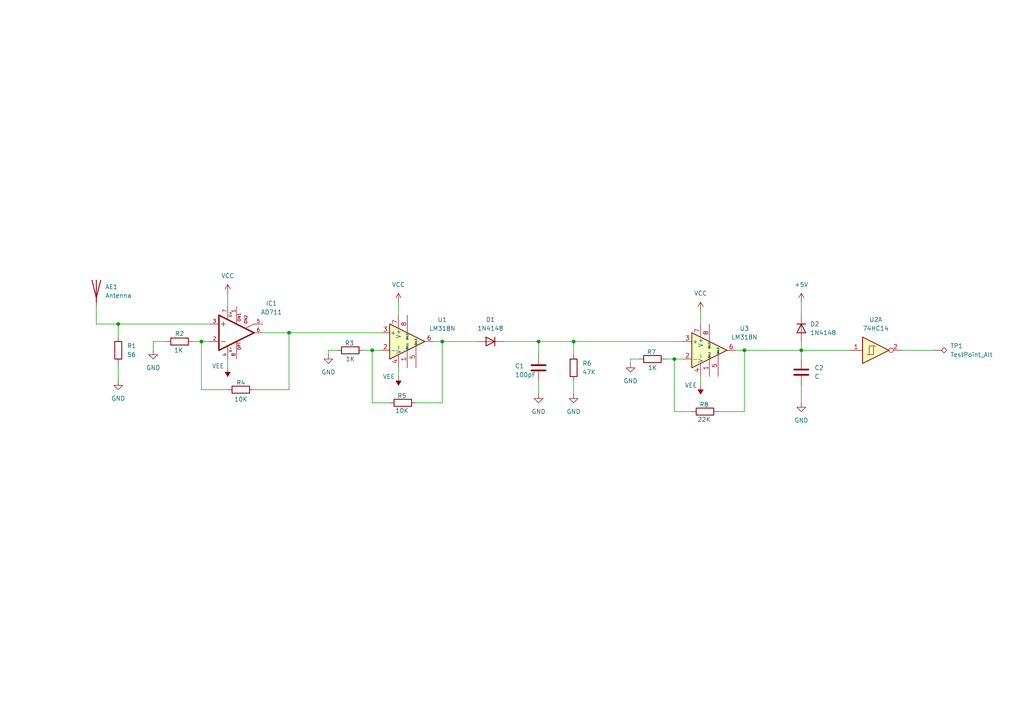
<source format=kicad_sch>
(kicad_sch (version 20231120) (generator "eeschema") (generator_version "8.0")
  (paper "A4")
  (lib_symbols
    (symbol "74xx:74HC14" (pin_names (offset 1.016))
      (property "Reference" "U" (at 0 1.27 0))
      (property "Value" "74HC14" (at 0 -1.27 0))
      (symbol "74HC14_1_0"
        (polyline (pts (xy -3.81 3.81) (xy -3.81 -3.81) (xy 3.81 0) (xy -3.81 3.81)) (stroke (width 0.254)) (fill (type background)))
        (pin input line (at -7.62 0 0) (length 3.81) (name "~") (number "1"))
        (pin output inverted (at 7.62 0 180) (length 3.81) (name "~") (number "2"))
      )
      (symbol "74HC14_1_1"
        (polyline (pts (xy -1.905 -1.27) (xy -1.905 1.27) (xy -0.635 1.27)))
        (polyline (pts (xy -2.54 -1.27) (xy -0.635 -1.27) (xy -0.635 1.27) (xy 0 1.27)))
      )
      (symbol "74HC14_2_0"
        (polyline (pts (xy -3.81 3.81) (xy -3.81 -3.81) (xy 3.81 0) (xy -3.81 3.81)) (stroke (width 0.254)) (fill (type background)))
        (pin input line (at -7.62 0 0) (length 3.81) (name "~") (number "3"))
        (pin output inverted (at 7.62 0 180) (length 3.81) (name "~") (number "4"))
      )
      (symbol "74HC14_2_1"
        (polyline (pts (xy -1.905 -1.27) (xy -1.905 1.27) (xy -0.635 1.27)))
        (polyline (pts (xy -2.54 -1.27) (xy -0.635 -1.27) (xy -0.635 1.27) (xy 0 1.27)))
      )
      (symbol "74HC14_3_0"
        (polyline (pts (xy -3.81 3.81) (xy -3.81 -3.81) (xy 3.81 0) (xy -3.81 3.81)) (stroke (width 0.254)) (fill (type background)))
        (pin input line (at -7.62 0 0) (length 3.81) (name "~") (number "5"))
        (pin output inverted (at 7.62 0 180) (length 3.81) (name "~") (number "6"))
      )
      (symbol "74HC14_3_1"
        (polyline (pts (xy -1.905 -1.27) (xy -1.905 1.27) (xy -0.635 1.27)))
        (polyline (pts (xy -2.54 -1.27) (xy -0.635 -1.27) (xy -0.635 1.27) (xy 0 1.27)))
      )
      (symbol "74HC14_4_0"
        (polyline (pts (xy -3.81 3.81) (xy -3.81 -3.81) (xy 3.81 0) (xy -3.81 3.81)) (stroke (width 0.254)) (fill (type background)))
        (pin output inverted (at 7.62 0 180) (length 3.81) (name "~") (number "8"))
        (pin input line (at -7.62 0 0) (length 3.81) (name "~") (number "9"))
      )
      (symbol "74HC14_4_1"
        (polyline (pts (xy -1.905 -1.27) (xy -1.905 1.27) (xy -0.635 1.27)))
        (polyline (pts (xy -2.54 -1.27) (xy -0.635 -1.27) (xy -0.635 1.27) (xy 0 1.27)))
      )
      (symbol "74HC14_5_0"
        (polyline (pts (xy -3.81 3.81) (xy -3.81 -3.81) (xy 3.81 0) (xy -3.81 3.81)) (stroke (width 0.254)) (fill (type background)))
        (pin output inverted (at 7.62 0 180) (length 3.81) (name "~") (number "10"))
        (pin input line (at -7.62 0 0) (length 3.81) (name "~") (number "11"))
      )
      (symbol "74HC14_5_1"
        (polyline (pts (xy -1.905 -1.27) (xy -1.905 1.27) (xy -0.635 1.27)))
        (polyline (pts (xy -2.54 -1.27) (xy -0.635 -1.27) (xy -0.635 1.27) (xy 0 1.27)))
      )
      (symbol "74HC14_6_0"
        (polyline (pts (xy -3.81 3.81) (xy -3.81 -3.81) (xy 3.81 0) (xy -3.81 3.81)) (stroke (width 0.254)) (fill (type background)))
        (pin output inverted (at 7.62 0 180) (length 3.81) (name "~") (number "12"))
        (pin input line (at -7.62 0 0) (length 3.81) (name "~") (number "13"))
      )
      (symbol "74HC14_6_1"
        (polyline (pts (xy -1.905 -1.27) (xy -1.905 1.27) (xy -0.635 1.27)))
        (polyline (pts (xy -2.54 -1.27) (xy -0.635 -1.27) (xy -0.635 1.27) (xy 0 1.27)))
      )
      (symbol "74HC14_7_0"
        (pin power_in line (at 0 12.7 270) (length 5.08) (name "VCC") (number "14"))
        (pin power_in line (at 0 -12.7 90) (length 5.08) (name "GND") (number "7"))
      )
      (symbol "74HC14_7_1"
        (rectangle (start -5.08 7.62) (end 5.08 -7.62) (stroke (width 0.254)) (fill (type background)))
      )
    )
    (symbol "AD711:AD711" (pin_names (offset 1.016))
      (property "Reference" "IC" (at 2.54 5.715 0))
      (property "Value" "AD711" (at 2.54 -5.08 0))
      (symbol "AD711_0_0"
        (polyline (pts (xy -5.08 -5.08) (xy 5.08 0)) (stroke (width 0.4064)))
        (polyline (pts (xy -5.08 5.08) (xy -5.08 -5.08)) (stroke (width 0.4064)))
        (polyline (pts (xy -4.445 -2.54) (xy -3.175 -2.54)) (stroke (width 0.1524)))
        (polyline (pts (xy -4.445 2.54) (xy -3.175 2.54)) (stroke (width 0.1524)))
        (polyline (pts (xy -3.81 3.175) (xy -3.81 1.905)) (stroke (width 0.1524)))
        (polyline (pts (xy -2.54 -3.9116) (xy -2.54 -5.08)) (stroke (width 0.1524)))
        (polyline (pts (xy -2.54 5.08) (xy -2.54 3.8862)) (stroke (width 0.1524)))
        (polyline (pts (xy 0 -2.6162) (xy 0 -5.08)) (stroke (width 0.1524)))
        (polyline (pts (xy 0 5.0546) (xy 0 2.6162)) (stroke (width 0.1524)))
        (polyline (pts (xy 5.08 0) (xy -5.08 5.08)) (stroke (width 0.4064)))
        (polyline (pts (xy 5.08 2.54) (xy 2.6162 1.3208)) (stroke (width 0.1524)))
        (text "ON1" (at 1.27 3.175 900) (effects (font (size 0.8128 0.8128)) (justify left bottom)))
        (text "ON2" (at 3.175 2.54 900) (effects (font (size 0.8128 0.8128)) (justify left bottom)))
        (text "OPT" (at 1.27 -5.08 900) (effects (font (size 0.8128 0.8128)) (justify left bottom)))
        (text "V+" (at -1.27 4.445 900) (effects (font (size 0.8128 0.8128)) (justify left bottom)))
        (text "V-" (at -1.27 -5.715 900) (effects (font (size 0.8128 0.8128)) (justify left bottom)))
        (pin passive line (at 0 7.62 270) (length 2.54) (name "~") (number "1"))
        (pin input line (at -7.62 -2.54 0) (length 2.54) (name "~") (number "2"))
        (pin input line (at -7.62 2.54 0) (length 2.54) (name "~") (number "3"))
        (pin power_in line (at -2.54 -7.62 90) (length 2.54) (name "~") (number "4"))
        (pin passive line (at 7.62 2.54 180) (length 2.54) (name "~") (number "5"))
        (pin output line (at 7.62 0 180) (length 2.54) (name "~") (number "6"))
        (pin power_in line (at -2.54 7.62 270) (length 2.54) (name "~") (number "7"))
        (pin passive line (at 0 -7.62 90) (length 2.54) (name "~") (number "8"))
      )
    )
    (symbol "Amplifier_Operational:LM318N" (pin_names (offset 0.127))
      (property "Reference" "U" (at 3.81 3.81 0))
      (property "Value" "LM318N" (at 3.81 -3.81 0))
      (symbol "LM318N_0_1"
        (polyline (pts (xy 5.08 0) (xy -5.08 5.08) (xy -5.08 -5.08) (xy 5.08 0)) (stroke (width 0.254)) (fill (type background)))
      )
      (symbol "LM318N_1_1"
        (pin passive line (at 0 -7.62 90) (length 5.08) (name "BAL1") (number "1"))
        (pin input line (at -7.62 -2.54 0) (length 2.54) (name "-") (number "2"))
        (pin input line (at -7.62 2.54 0) (length 2.54) (name "+") (number "3"))
        (pin power_in line (at -2.54 -7.62 90) (length 3.81) (name "V-") (number "4"))
        (pin passive line (at 2.54 -7.62 90) (length 6.35) (name "BAL3") (number "5"))
        (pin output line (at 7.62 0 180) (length 2.54) (name "~") (number "6"))
        (pin power_in line (at -2.54 7.62 270) (length 3.81) (name "V+") (number "7"))
        (pin passive line (at 0 7.62 270) (length 5.08) (name "BAL2") (number "8"))
      )
    )
    (symbol "Connector:TestPoint_Alt" (pin_numbers hide) (pin_names (offset 0.762) hide)
      (property "Reference" "TP" (at 0 6.858 0))
      (property "Value" "TestPoint_Alt" (at 0 5.08 0))
      (symbol "TestPoint_Alt_0_1"
        (polyline (pts (xy 0 2.54) (xy -0.762 3.302) (xy 0 4.064) (xy 0.762 3.302) (xy 0 2.54)))
      )
      (symbol "TestPoint_Alt_1_1"
        (pin passive line (at 0 0 90) (length 2.54) (name "1") (number "1"))
      )
    )
    (symbol "Device:Antenna" (pin_numbers hide) (pin_names (offset 1.016) hide)
      (property "Reference" "AE" (at -1.905 1.905 0))
      (property "Value" "Antenna" (at -1.905 0 0))
      (symbol "Antenna_0_1"
        (polyline (pts (xy 0 2.54) (xy 0 -3.81)) (stroke (width 0.254)))
        (polyline (pts (xy 1.27 2.54) (xy 0 -2.54) (xy -1.27 2.54)) (stroke (width 0.254)))
      )
      (symbol "Antenna_1_1"
        (pin input line (at 0 -5.08 90) (length 2.54) (name "A") (number "1"))
      )
    )
    (symbol "Device:C" (pin_numbers hide) (pin_names (offset 0.254))
      (property "Reference" "C" (at 0.635 2.54 0))
      (property "Value" "C" (at 0.635 -2.54 0))
      (symbol "C_0_1"
        (polyline (pts (xy -2.032 -0.762) (xy 2.032 -0.762)) (stroke (width 0.508)))
        (polyline (pts (xy -2.032 0.762) (xy 2.032 0.762)) (stroke (width 0.508)))
      )
      (symbol "C_1_1"
        (pin passive line (at 0 3.81 270) (length 2.794) (name "~") (number "1"))
        (pin passive line (at 0 -3.81 90) (length 2.794) (name "~") (number "2"))
      )
    )
    (symbol "Device:R" (pin_numbers hide) (pin_names (offset 0))
      (property "Reference" "R" (at 2.032 0 90))
      (property "Value" "R" (at 0 0 90))
      (symbol "R_0_1"
        (rectangle (start -1.016 -2.54) (end 1.016 2.54) (stroke (width 0.254)))
      )
      (symbol "R_1_1"
        (pin passive line (at 0 3.81 270) (length 1.27) (name "~") (number "1"))
        (pin passive line (at 0 -3.81 90) (length 1.27) (name "~") (number "2"))
      )
    )
    (symbol "Diode:1N4148" (pin_numbers hide) (pin_names hide)
      (property "Reference" "D" (at 0 2.54 0))
      (property "Value" "1N4148" (at 0 -2.54 0))
      (symbol "1N4148_0_1"
        (polyline (pts (xy -1.27 1.27) (xy -1.27 -1.27)) (stroke (width 0.254)))
        (polyline (pts (xy 1.27 0) (xy -1.27 0)))
        (polyline (pts (xy 1.27 1.27) (xy 1.27 -1.27) (xy -1.27 0) (xy 1.27 1.27)) (stroke (width 0.254)))
      )
      (symbol "1N4148_1_1"
        (pin passive line (at -3.81 0 0) (length 2.54) (name "K") (number "1"))
        (pin passive line (at 3.81 0 180) (length 2.54) (name "A") (number "2"))
      )
    )
    (symbol "power:+5V" (power) (pin_numbers hide) (pin_names (offset 0) hide)
      (property "Value" "+5V" (at 0 3.556 0))
      (symbol "+5V_0_1"
        (polyline (pts (xy -0.762 1.27) (xy 0 2.54)))
        (polyline (pts (xy 0 0) (xy 0 2.54)))
        (polyline (pts (xy 0 2.54) (xy 0.762 1.27)))
      )
      (symbol "+5V_1_1"
        (pin power_in line (at 0 0 90) (length 0) (name "~") (number "1"))
      )
    )
    (symbol "power:GND" (power) (pin_numbers hide) (pin_names (offset 0) hide)
      (property "Value" "GND" (at 0 -3.81 0))
      (symbol "GND_0_1"
        (polyline (pts (xy 0 0) (xy 0 -1.27) (xy 1.27 -1.27) (xy 0 -2.54) (xy -1.27 -1.27) (xy 0 -1.27)))
      )
      (symbol "GND_1_1"
        (pin power_in line (at 0 0 270) (length 0) (name "~") (number "1"))
      )
    )
    (symbol "power:VCC" (power) (pin_numbers hide) (pin_names (offset 0) hide)
      (property "Value" "VCC" (at 0 3.556 0))
      (symbol "VCC_0_1"
        (polyline (pts (xy -0.762 1.27) (xy 0 2.54)))
        (polyline (pts (xy 0 0) (xy 0 2.54)))
        (polyline (pts (xy 0 2.54) (xy 0.762 1.27)))
      )
      (symbol "VCC_1_1"
        (pin power_in line (at 0 0 90) (length 0) (name "~") (number "1"))
      )
    )
    (symbol "power:VEE" (power) (pin_numbers hide) (pin_names (offset 0) hide)
      (property "Value" "VEE" (at 0 3.556 0))
      (symbol "VEE_0_1"
        (polyline (pts (xy 0 0) (xy 0 2.54)))
        (polyline (pts (xy 0.762 1.27) (xy -0.762 1.27) (xy 0 2.54) (xy 0.762 1.27)) (fill (type outline)))
      )
      (symbol "VEE_1_1"
        (pin power_in line (at 0 0 90) (length 0) (name "~") (number "1"))
      )
    )
  )
  (junction (at 128.27 99.06))
  (junction (at 107.95 101.6))
  (junction (at 166.37 99.06))
  (junction (at 156.21 99.06))
  (junction (at 215.9 101.6))
  (junction (at 195.58 104.14))
  (junction (at 58.42 99.06))
  (junction (at 34.29 93.98))
  (junction (at 232.41 101.6))
  (junction (at 83.82 96.52))
  (wire (pts (xy 128.27 116.84) (xy 120.65 116.84)))
  (wire (pts (xy 107.95 116.84) (xy 107.95 101.6)))
  (wire (pts (xy 156.21 99.06) (xy 146.05 99.06)))
  (wire (pts (xy 198.12 99.06) (xy 166.37 99.06)))
  (wire (pts (xy 203.2 109.22) (xy 203.2 111.76)))
  (wire (pts (xy 203.2 90.17) (xy 203.2 93.98)))
  (wire (pts (xy 58.42 113.03) (xy 58.42 99.06)))
  (wire (pts (xy 193.04 104.14) (xy 195.58 104.14)))
  (wire (pts (xy 185.42 104.14) (xy 182.88 104.14)))
  (wire (pts (xy 200.66 119.38) (xy 195.58 119.38)))
  (wire (pts (xy 95.25 101.6) (xy 95.25 102.87)))
  (wire (pts (xy 261.62 101.6) (xy 270.51 101.6)))
  (wire (pts (xy 232.41 101.6) (xy 232.41 104.14)))
  (wire (pts (xy 105.41 101.6) (xy 107.95 101.6)))
  (wire (pts (xy 113.03 116.84) (xy 107.95 116.84)))
  (wire (pts (xy 128.27 99.06) (xy 138.43 99.06)))
  (wire (pts (xy 97.79 101.6) (xy 95.25 101.6)))
  (wire (pts (xy 182.88 104.14) (xy 182.88 105.41)))
  (wire (pts (xy 232.41 87.63) (xy 232.41 91.44)))
  (wire (pts (xy 55.88 99.06) (xy 58.42 99.06)))
  (wire (pts (xy 34.29 93.98) (xy 27.94 93.98)))
  (wire (pts (xy 83.82 113.03) (xy 73.66 113.03)))
  (wire (pts (xy 125.73 99.06) (xy 128.27 99.06)))
  (wire (pts (xy 66.04 85.09) (xy 66.04 88.9)))
  (wire (pts (xy 156.21 99.06) (xy 156.21 102.87)))
  (wire (pts (xy 232.41 101.6) (xy 246.38 101.6)))
  (wire (pts (xy 83.82 96.52) (xy 110.49 96.52)))
  (wire (pts (xy 27.94 93.98) (xy 27.94 88.9)))
  (wire (pts (xy 195.58 104.14) (xy 198.12 104.14)))
  (wire (pts (xy 58.42 99.06) (xy 60.96 99.06)))
  (wire (pts (xy 215.9 101.6) (xy 232.41 101.6)))
  (wire (pts (xy 213.36 101.6) (xy 215.9 101.6)))
  (wire (pts (xy 166.37 99.06) (xy 156.21 99.06)))
  (wire (pts (xy 166.37 110.49) (xy 166.37 114.3)))
  (wire (pts (xy 34.29 105.41) (xy 34.29 110.49)))
  (wire (pts (xy 128.27 99.06) (xy 128.27 116.84)))
  (wire (pts (xy 115.57 87.63) (xy 115.57 91.44)))
  (wire (pts (xy 232.41 99.06) (xy 232.41 101.6)))
  (wire (pts (xy 66.04 113.03) (xy 58.42 113.03)))
  (wire (pts (xy 156.21 110.49) (xy 156.21 114.3)))
  (wire (pts (xy 44.45 101.6) (xy 44.45 99.06)))
  (wire (pts (xy 44.45 99.06) (xy 48.26 99.06)))
  (wire (pts (xy 166.37 102.87) (xy 166.37 99.06)))
  (wire (pts (xy 76.2 96.52) (xy 83.82 96.52)))
  (wire (pts (xy 115.57 106.68) (xy 115.57 109.22)))
  (wire (pts (xy 232.41 111.76) (xy 232.41 116.84)))
  (wire (pts (xy 215.9 119.38) (xy 208.28 119.38)))
  (wire (pts (xy 215.9 101.6) (xy 215.9 119.38)))
  (wire (pts (xy 34.29 93.98) (xy 34.29 97.79)))
  (wire (pts (xy 83.82 96.52) (xy 83.82 113.03)))
  (wire (pts (xy 195.58 119.38) (xy 195.58 104.14)))
  (wire (pts (xy 66.04 104.14) (xy 66.04 106.68)))
  (wire (pts (xy 107.95 101.6) (xy 110.49 101.6)))
  (wire (pts (xy 60.96 93.98) (xy 34.29 93.98)))
  (symbol (lib_id "Device:R") (at 116.84 116.84 90) (unit 1)
    (property "Reference" "R5" (at 116.586 114.808 90))
    (property "Value" "10K" (at 116.586 119.126 90))
    (property "Footprint" "Resistor_THT:R_Axial_DIN0207_L6.3mm_D2.5mm_P7.62mm_Horizontal" (effects (hide yes)))
    (property "Description" "Resistor" (effects (hide yes)))
  )
  (symbol (lib_id "power:VEE") (at 203.2 111.76 0) (mirror x) (unit 1)
    (property "Reference" "#PWR012" (effects (hide yes)))
    (property "Value" "VEE" (at 200.406 111.76 0))
    (property "Description" "Power symbol creates a global label with name \"VEE\"" (effects (hide yes)))
  )
  (symbol (lib_id "power:VEE") (at 66.04 106.68 0) (mirror x) (unit 1)
    (property "Reference" "#PWR04" (effects (hide yes)))
    (property "Value" "VEE" (at 63.246 106.172 0))
    (property "Description" "Power symbol creates a global label with name \"VEE\"" (effects (hide yes)))
  )
  (symbol (lib_id "power:GND") (at 182.88 105.41 0) (unit 1)
    (property "Reference" "#PWR010" (effects (hide yes)))
    (property "Value" "GND" (at 182.88 110.49 0))
    (property "Description" "Power symbol creates a global label with name \"GND\" , ground" (effects (hide yes)))
  )
  (symbol (lib_id "Device:R") (at 189.23 104.14 90) (unit 1)
    (property "Reference" "R7" (at 188.976 102.108 90))
    (property "Value" "1K" (at 189.23 106.68 90))
    (property "Footprint" "Resistor_THT:R_Axial_DIN0207_L6.3mm_D2.5mm_P7.62mm_Horizontal" (effects (hide yes)))
    (property "Description" "Resistor" (effects (hide yes)))
  )
  (symbol (lib_id "power:GND") (at 34.29 110.49 0) (unit 1)
    (property "Reference" "#PWR01" (effects (hide yes)))
    (property "Value" "GND" (at 34.29 115.57 0))
    (property "Description" "Power symbol creates a global label with name \"GND\" , ground" (effects (hide yes)))
  )
  (symbol (lib_id "Diode:1N4148") (at 232.41 95.25 90) (mirror x) (unit 1)
    (property "Reference" "D2" (at 234.95 93.9799 90) (effects (justify right)))
    (property "Value" "1N4148" (at 234.95 96.5199 90) (effects (justify right)))
    (property "Footprint" "Diode_THT:D_DO-35_SOD27_P7.62mm_Horizontal" (effects (hide yes)))
    (property "Datasheet" "https://assets.nexperia.com/documents/data-sheet/1N4148_1N4448.pdf" (effects (hide yes)))
    (property "Description" "100V 0.15A standard switching diode, DO-35" (effects (hide yes)))
    (property "Sim.Device" "D" (effects (hide yes)))
    (property "Sim.Pins" "1=K 2=A" (effects (hide yes)))
  )
  (symbol (lib_id "Device:R") (at 166.37 106.68 0) (unit 1)
    (property "Reference" "R6" (at 168.91 105.4099 0) (effects (justify left)))
    (property "Value" "47K" (at 168.91 107.9499 0) (effects (justify left)))
    (property "Footprint" "Resistor_THT:R_Axial_DIN0207_L6.3mm_D2.5mm_P7.62mm_Horizontal" (effects (hide yes)))
    (property "Description" "Resistor" (effects (hide yes)))
  )
  (symbol (lib_id "AD711:AD711") (at 68.58 96.52 0) (unit 1)
    (property "Reference" "IC1" (at 78.74 88.0108 0))
    (property "Value" "AD711" (at 78.74 90.5508 0))
    (property "Footprint" "Package_DIP:CERDIP-8_W7.62mm_SideBrazed_Socket" (effects (hide yes)))
    (property "MF" "Analog Devices" (effects (hide yes)))
    (property "Description_1" "\n                        \n                            J-FET Amplifier 1 Circuit - 8-CERDIP\n                        \n" (effects (hide yes)))
    (property "Package" "SOIC-8 Analog Devices" (effects (hide yes)))
    (property "Price" "None" (effects (hide yes)))
    (property "SnapEDA_Link" "https://www.snapeda.com/parts/AD711/Analog+Devices/view-part/?ref=snap" (effects (hide yes)))
    (property "MP" "AD711" (effects (hide yes)))
    (property "Availability" "In Stock" (effects (hide yes)))
    (property "Check_prices" "https://www.snapeda.com/parts/AD711/Analog+Devices/view-part/?ref=eda" (effects (hide yes)))
  )
  (symbol (lib_id "power:GND") (at 156.21 114.3 0) (unit 1)
    (property "Reference" "#PWR08" (effects (hide yes)))
    (property "Value" "GND" (at 156.21 119.38 0))
    (property "Description" "Power symbol creates a global label with name \"GND\" , ground" (effects (hide yes)))
  )
  (symbol (lib_id "power:GND") (at 166.37 114.3 0) (unit 1)
    (property "Reference" "#PWR09" (effects (hide yes)))
    (property "Value" "GND" (at 166.37 119.38 0))
    (property "Description" "Power symbol creates a global label with name \"GND\" , ground" (effects (hide yes)))
  )
  (symbol (lib_id "power:GND") (at 44.45 101.6 0) (unit 1)
    (property "Reference" "#PWR02" (effects (hide yes)))
    (property "Value" "GND" (at 44.45 106.68 0))
    (property "Description" "Power symbol creates a global label with name \"GND\" , ground" (effects (hide yes)))
  )
  (symbol (lib_id "Amplifier_Operational:LM318N") (at 205.74 101.6 0) (unit 1)
    (property "Reference" "U3" (at 215.9 95.2814 0))
    (property "Value" "LM318N" (at 215.9 97.8214 0))
    (property "Footprint" "Package_DIP:CERDIP-8_W7.62mm_SideBrazed_Socket" (effects (hide yes)))
    (property "Datasheet" "http://www.ti.com/lit/ds/symlink/lm318-n.pdf" (effects (hide yes)))
    (property "Description" "Operational Amplifier, DIP-8" (effects (hide yes)))
  )
  (symbol (lib_id "power:VCC") (at 115.57 87.63 0) (unit 1)
    (property "Reference" "#PWR06" (effects (hide yes)))
    (property "Value" "VCC" (at 115.57 82.55 0))
    (property "Description" "Power symbol creates a global label with name \"VCC\"" (effects (hide yes)))
  )
  (symbol (lib_id "power:VCC") (at 66.04 85.09 0) (unit 1)
    (property "Reference" "#PWR03" (effects (hide yes)))
    (property "Value" "VCC" (at 66.04 80.01 0))
    (property "Description" "Power symbol creates a global label with name \"VCC\"" (effects (hide yes)))
  )
  (symbol (lib_id "Diode:1N4148") (at 142.24 99.06 0) (mirror y) (unit 1)
    (property "Reference" "D1" (at 142.24 92.71 0))
    (property "Value" "1N4148" (at 142.24 95.25 0))
    (property "Footprint" "Diode_THT:D_DO-35_SOD27_P7.62mm_Horizontal" (effects (hide yes)))
    (property "Datasheet" "https://assets.nexperia.com/documents/data-sheet/1N4148_1N4448.pdf" (effects (hide yes)))
    (property "Description" "100V 0.15A standard switching diode, DO-35" (effects (hide yes)))
    (property "Sim.Device" "D" (effects (hide yes)))
    (property "Sim.Pins" "1=K 2=A" (effects (hide yes)))
  )
  (symbol (lib_id "Device:R") (at 69.85 113.03 90) (unit 1)
    (property "Reference" "R4" (at 69.85 110.998 90))
    (property "Value" "10K" (at 69.85 115.824 90))
    (property "Footprint" "Resistor_THT:R_Axial_DIN0207_L6.3mm_D2.5mm_P7.62mm_Horizontal" (effects (hide yes)))
    (property "Description" "Resistor" (effects (hide yes)))
  )
  (symbol (lib_id "power:GND") (at 232.41 116.84 0) (unit 1)
    (property "Reference" "#PWR014" (effects (hide yes)))
    (property "Value" "GND" (at 232.41 121.92 0))
    (property "Description" "Power symbol creates a global label with name \"GND\" , ground" (effects (hide yes)))
  )
  (symbol (lib_id "power:GND") (at 95.25 102.87 0) (unit 1)
    (property "Reference" "#PWR05" (effects (hide yes)))
    (property "Value" "GND" (at 95.25 107.95 0))
    (property "Description" "Power symbol creates a global label with name \"GND\" , ground" (effects (hide yes)))
  )
  (symbol (lib_id "power:VEE") (at 115.57 109.22 0) (mirror x) (unit 1)
    (property "Reference" "#PWR07" (effects (hide yes)))
    (property "Value" "VEE" (at 112.776 109.22 0))
    (property "Description" "Power symbol creates a global label with name \"VEE\"" (effects (hide yes)))
  )
  (symbol (lib_id "Device:R") (at 204.47 119.38 90) (unit 1)
    (property "Reference" "R8" (at 204.216 117.348 90))
    (property "Value" "22K" (at 204.216 121.666 90))
    (property "Footprint" "Resistor_THT:R_Axial_DIN0207_L6.3mm_D2.5mm_P7.62mm_Horizontal" (effects (hide yes)))
    (property "Description" "Resistor" (effects (hide yes)))
  )
  (symbol (lib_id "Device:C") (at 156.21 106.68 0) (unit 1)
    (property "Reference" "C1" (at 149.352 106.172 0) (effects (justify left)))
    (property "Value" "100pF" (at 149.352 108.712 0) (effects (justify left)))
    (property "Footprint" "Capacitor_THT:CP_Radial_D5.0mm_P2.50mm" (effects (hide yes)))
    (property "Description" "Unpolarized capacitor" (effects (hide yes)))
  )
  (symbol (lib_id "power:+5V") (at 232.41 87.63 0) (unit 1)
    (property "Reference" "#PWR013" (effects (hide yes)))
    (property "Value" "+5V" (at 232.41 82.55 0))
    (property "Description" "Power symbol creates a global label with name \"+5V\"" (effects (hide yes)))
  )
  (symbol (lib_id "Amplifier_Operational:LM318N") (at 118.11 99.06 0) (unit 1)
    (property "Reference" "U1" (at 128.27 92.7414 0))
    (property "Value" "LM318N" (at 128.27 95.2814 0))
    (property "Footprint" "Package_DIP:CERDIP-8_W7.62mm_SideBrazed_Socket" (effects (hide yes)))
    (property "Datasheet" "http://www.ti.com/lit/ds/symlink/lm318-n.pdf" (effects (hide yes)))
    (property "Description" "Operational Amplifier, DIP-8" (effects (hide yes)))
  )
  (symbol (lib_id "Device:C") (at 232.41 107.95 0) (unit 1)
    (property "Reference" "C2" (at 236.22 106.6799 0) (effects (justify left)))
    (property "Value" "C" (at 236.22 109.2199 0) (effects (justify left)))
    (property "Footprint" "Capacitor_THT:CP_Radial_D5.0mm_P2.50mm" (effects (hide yes)))
    (property "Description" "Unpolarized capacitor" (effects (hide yes)))
  )
  (symbol (lib_id "Connector:TestPoint_Alt") (at 270.51 101.6 270) (unit 1)
    (property "Reference" "TP1" (at 275.59 100.3299 90) (effects (justify left)))
    (property "Value" "TestPoint_Alt" (at 275.59 102.8699 90) (effects (justify left)))
    (property "Footprint" "Connector_PinHeader_2.54mm:PinHeader_1x01_P2.54mm_Horizontal" (effects (hide yes)))
    (property "Description" "test point (alternative shape)" (effects (hide yes)))
  )
  (symbol (lib_id "Device:R") (at 101.6 101.6 90) (unit 1)
    (property "Reference" "R3" (at 101.346 99.568 90))
    (property "Value" "1K" (at 101.6 104.14 90))
    (property "Footprint" "Resistor_THT:R_Axial_DIN0207_L6.3mm_D2.5mm_P7.62mm_Horizontal" (effects (hide yes)))
    (property "Description" "Resistor" (effects (hide yes)))
  )
  (symbol (lib_id "Device:R") (at 52.07 99.06 270) (unit 1)
    (property "Reference" "R2" (at 52.07 96.774 90))
    (property "Value" "1K" (at 51.816 101.6 90))
    (property "Footprint" "Resistor_THT:R_Axial_DIN0207_L6.3mm_D2.5mm_P7.62mm_Horizontal" (effects (hide yes)))
    (property "Description" "Resistor" (effects (hide yes)))
  )
  (symbol (lib_id "Device:Antenna") (at 27.94 83.82 0) (unit 1)
    (property "Reference" "AE1" (at 30.48 83.1849 0) (effects (justify left)))
    (property "Value" "Antenna" (at 30.48 85.7249 0) (effects (justify left)))
    (property "Footprint" "Connector_PinHeader_2.54mm:PinHeader_1x01_P2.54mm_Vertical" (effects (hide yes)))
    (property "Description" "Antenna" (effects (hide yes)))
  )
  (symbol (lib_id "power:VCC") (at 203.2 90.17 0) (unit 1)
    (property "Reference" "#PWR011" (effects (hide yes)))
    (property "Value" "VCC" (at 203.2 85.09 0))
    (property "Description" "Power symbol creates a global label with name \"VCC\"" (effects (hide yes)))
  )
  (symbol (lib_id "Device:R") (at 34.29 101.6 0) (unit 1)
    (property "Reference" "R1" (at 36.83 100.3299 0) (effects (justify left)))
    (property "Value" "56" (at 36.83 102.8699 0) (effects (justify left)))
    (property "Footprint" "Resistor_THT:R_Axial_DIN0207_L6.3mm_D2.5mm_P7.62mm_Horizontal" (effects (hide yes)))
    (property "Description" "Resistor" (effects (hide yes)))
  )
  (symbol (lib_id "74xx:74HC14") (at 254 101.6 0) (unit 1)
    (property "Reference" "U2" (at 254 92.71 0))
    (property "Value" "74HC14" (at 254 95.25 0))
    (property "Footprint" "Package_DIP:DIP-14_W7.62mm_Socket" (effects (hide yes)))
    (property "Datasheet" "http://www.ti.com/lit/gpn/sn74HC14" (effects (hide yes)))
    (property "Description" "Hex inverter schmitt trigger" (effects (hide yes)))
  )
)
</source>
